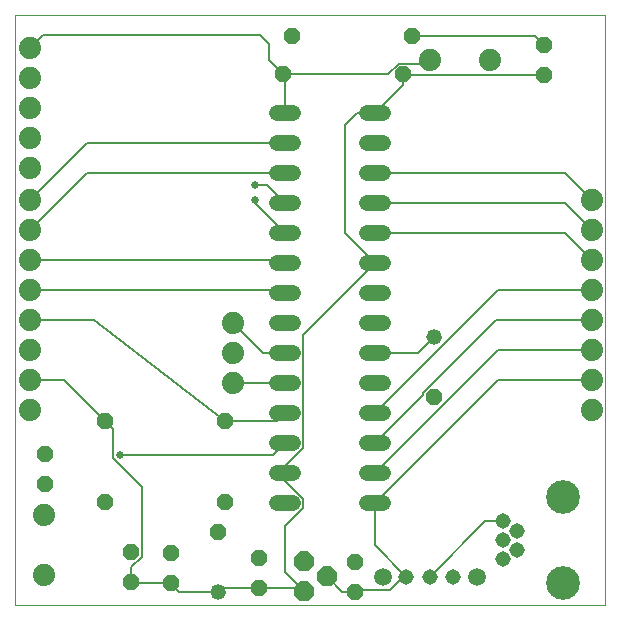
<source format=gtl>
G75*
%MOIN*%
%OFA0B0*%
%FSLAX25Y25*%
%IPPOS*%
%LPD*%
%AMOC8*
5,1,8,0,0,1.08239X$1,22.5*
%
%ADD10C,0.00000*%
%ADD11OC8,0.05200*%
%ADD12C,0.05200*%
%ADD13C,0.05150*%
%ADD14C,0.11220*%
%ADD15C,0.05200*%
%ADD16C,0.07400*%
%ADD17C,0.05937*%
%ADD18OC8,0.06600*%
%ADD19C,0.00600*%
%ADD20C,0.02578*%
D10*
X0007445Y0008099D02*
X0007445Y0204950D01*
X0204295Y0204950D01*
X0204295Y0008099D01*
X0007445Y0008099D01*
D11*
X0037406Y0042509D03*
X0046201Y0025757D03*
X0046201Y0015757D03*
X0059453Y0015501D03*
X0059453Y0025501D03*
X0075201Y0032627D03*
X0077406Y0042509D03*
X0088823Y0023690D03*
X0088823Y0013690D03*
X0120909Y0012548D03*
X0120909Y0022548D03*
X0077524Y0069398D03*
X0037524Y0069398D03*
X0017406Y0058611D03*
X0017406Y0048611D03*
X0147130Y0077391D03*
X0136854Y0185107D03*
X0139728Y0197745D03*
X0099728Y0197745D03*
X0096854Y0185107D03*
X0183783Y0184871D03*
X0183783Y0194871D03*
D12*
X0147130Y0097391D03*
X0075201Y0012627D03*
D13*
X0137917Y0017548D03*
X0145791Y0017548D03*
X0153665Y0017548D03*
X0170083Y0023493D03*
X0174807Y0026643D03*
X0170083Y0029792D03*
X0174807Y0032942D03*
X0170083Y0036091D03*
D14*
X0190161Y0044162D03*
X0190161Y0015422D03*
D15*
X0130045Y0042036D02*
X0124845Y0042036D01*
X0124845Y0052036D02*
X0130045Y0052036D01*
X0130045Y0062036D02*
X0124845Y0062036D01*
X0124845Y0072036D02*
X0130045Y0072036D01*
X0130045Y0082036D02*
X0124845Y0082036D01*
X0124845Y0092036D02*
X0130045Y0092036D01*
X0130045Y0102036D02*
X0124845Y0102036D01*
X0124845Y0112036D02*
X0130045Y0112036D01*
X0130045Y0122036D02*
X0124845Y0122036D01*
X0124845Y0132036D02*
X0130045Y0132036D01*
X0130045Y0142036D02*
X0124845Y0142036D01*
X0124845Y0152036D02*
X0130045Y0152036D01*
X0130045Y0162036D02*
X0124845Y0162036D01*
X0124845Y0172036D02*
X0130045Y0172036D01*
X0100045Y0172036D02*
X0094845Y0172036D01*
X0094845Y0162036D02*
X0100045Y0162036D01*
X0100045Y0152036D02*
X0094845Y0152036D01*
X0094845Y0142036D02*
X0100045Y0142036D01*
X0100045Y0132036D02*
X0094845Y0132036D01*
X0094845Y0122036D02*
X0100045Y0122036D01*
X0100045Y0112036D02*
X0094845Y0112036D01*
X0094845Y0102036D02*
X0100045Y0102036D01*
X0100045Y0092036D02*
X0094845Y0092036D01*
X0094845Y0082036D02*
X0100045Y0082036D01*
X0100045Y0072036D02*
X0094845Y0072036D01*
X0094845Y0062036D02*
X0100045Y0062036D01*
X0100045Y0052036D02*
X0094845Y0052036D01*
X0094845Y0042036D02*
X0100045Y0042036D01*
D16*
X0080083Y0082115D03*
X0080083Y0092115D03*
X0080083Y0102115D03*
X0017327Y0038257D03*
X0017327Y0018257D03*
X0012445Y0073099D03*
X0012445Y0083099D03*
X0012445Y0093099D03*
X0012445Y0103099D03*
X0012445Y0113099D03*
X0012445Y0123099D03*
X0012445Y0133099D03*
X0012445Y0143099D03*
X0012500Y0153686D03*
X0012500Y0163686D03*
X0012500Y0173686D03*
X0012500Y0183686D03*
X0012500Y0193686D03*
X0145988Y0189989D03*
X0165988Y0189989D03*
X0199945Y0143099D03*
X0199945Y0133099D03*
X0199945Y0123099D03*
X0199945Y0113099D03*
X0199945Y0103099D03*
X0199945Y0093099D03*
X0199945Y0083099D03*
X0199945Y0073099D03*
D17*
X0161539Y0017548D03*
X0130043Y0017548D03*
D18*
X0111480Y0017745D03*
X0103980Y0022745D03*
X0103980Y0012745D03*
D19*
X0103035Y0013690D01*
X0088823Y0013690D01*
X0076264Y0013690D01*
X0075201Y0012627D01*
X0062327Y0012627D01*
X0059453Y0015501D01*
X0046457Y0015501D01*
X0046201Y0015757D01*
X0046201Y0020807D01*
X0049701Y0024307D01*
X0049701Y0047465D01*
X0040056Y0057110D01*
X0040056Y0066866D01*
X0037524Y0069398D01*
X0023823Y0083099D01*
X0012445Y0083099D01*
X0012445Y0103099D02*
X0033823Y0103099D01*
X0077524Y0069398D01*
X0094807Y0069398D01*
X0097445Y0072036D01*
X0097445Y0062036D02*
X0093508Y0058099D01*
X0042445Y0058099D01*
X0080083Y0082115D02*
X0080161Y0082036D01*
X0097445Y0082036D01*
X0097445Y0092036D02*
X0090161Y0092036D01*
X0080083Y0102115D01*
X0096382Y0113099D02*
X0012445Y0113099D01*
X0012445Y0123099D02*
X0096382Y0123099D01*
X0097445Y0122036D01*
X0096382Y0113099D02*
X0097445Y0112036D01*
X0103545Y0098136D02*
X0103545Y0060586D01*
X0097445Y0054486D01*
X0097445Y0052036D01*
X0097445Y0049586D01*
X0103545Y0043486D01*
X0103545Y0040586D01*
X0097445Y0034486D01*
X0097445Y0019280D01*
X0103980Y0012745D01*
X0111480Y0017745D02*
X0116677Y0012548D01*
X0120909Y0012548D01*
X0121461Y0013099D01*
X0132445Y0013099D01*
X0136894Y0017548D01*
X0137917Y0017548D01*
X0127445Y0028020D01*
X0127445Y0042036D01*
X0168508Y0083099D01*
X0199945Y0083099D01*
X0199945Y0093099D02*
X0168508Y0093099D01*
X0127445Y0052036D01*
X0127445Y0062036D02*
X0143630Y0078221D01*
X0143630Y0078840D01*
X0167889Y0103099D01*
X0199945Y0103099D01*
X0199945Y0113099D02*
X0168508Y0113099D01*
X0127445Y0072036D01*
X0127445Y0092036D02*
X0141776Y0092036D01*
X0147130Y0097391D01*
X0127445Y0122036D02*
X0117445Y0132036D01*
X0117445Y0168099D01*
X0121382Y0172036D01*
X0127445Y0172036D01*
X0136854Y0181446D01*
X0136854Y0185107D01*
X0137091Y0184871D01*
X0183783Y0184871D01*
X0183783Y0194871D02*
X0180909Y0197745D01*
X0139728Y0197745D01*
X0145988Y0189989D02*
X0144606Y0188607D01*
X0135405Y0188607D01*
X0131905Y0185107D01*
X0096854Y0185107D01*
X0092202Y0189759D01*
X0092202Y0195123D01*
X0089226Y0198099D01*
X0016913Y0198099D01*
X0012500Y0193686D01*
X0031382Y0162036D02*
X0097445Y0162036D01*
X0097445Y0152036D02*
X0031382Y0152036D01*
X0012445Y0133099D01*
X0012445Y0143099D02*
X0031382Y0162036D01*
X0086382Y0143099D02*
X0087445Y0143099D01*
X0086382Y0143099D02*
X0097445Y0132036D01*
X0097445Y0142036D02*
X0091382Y0148099D01*
X0087445Y0148099D01*
X0097445Y0172036D02*
X0097445Y0184517D01*
X0096854Y0185107D01*
X0127445Y0152036D02*
X0191008Y0152036D01*
X0199945Y0143099D01*
X0191008Y0142036D02*
X0199945Y0133099D01*
X0191008Y0132036D02*
X0199945Y0123099D01*
X0191008Y0132036D02*
X0127445Y0132036D01*
X0127445Y0142036D02*
X0191008Y0142036D01*
X0127445Y0122036D02*
X0103545Y0098136D01*
X0097445Y0062036D02*
X0093547Y0058139D01*
X0145791Y0017548D02*
X0164335Y0036091D01*
X0170083Y0036091D01*
D20*
X0087445Y0143099D03*
X0087445Y0148099D03*
X0042445Y0058099D03*
M02*

</source>
